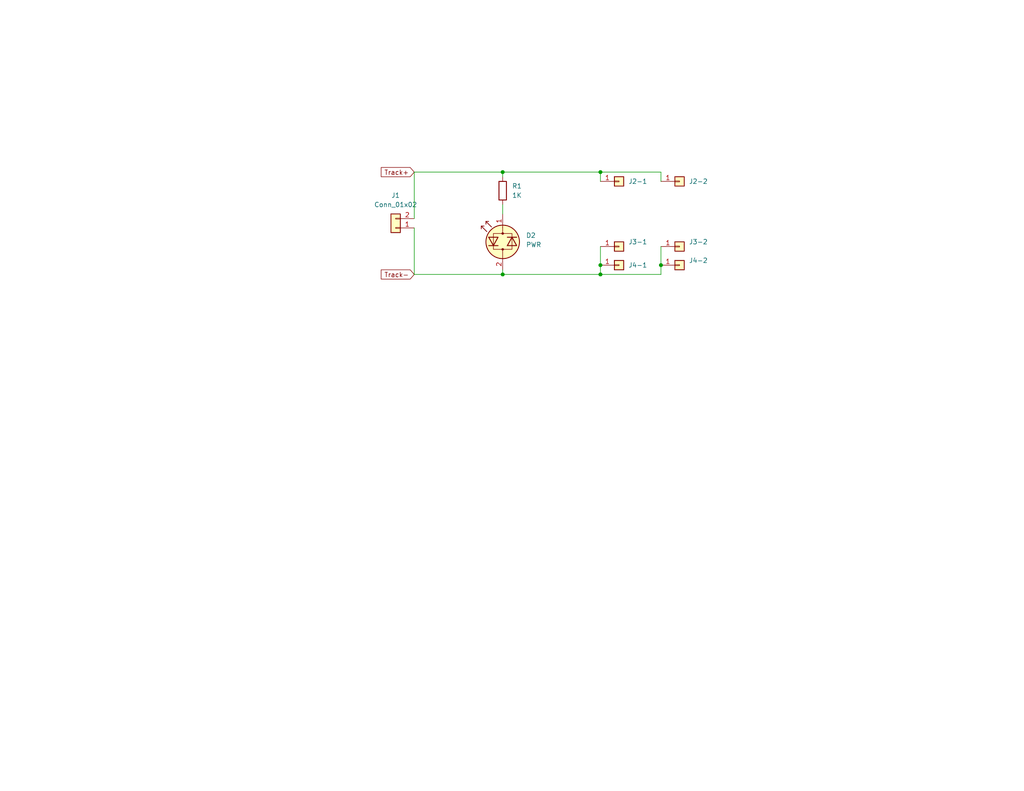
<source format=kicad_sch>
(kicad_sch (version 20230121) (generator eeschema)
  (paper "A")
  (title_block (title "Power Pickup Probes") (date "2023-12-20") (rev "1.0") (comment 1 "For Testing Track Power and Individual Pickups on Locos"))
  (lib_symbols
    (symbol "Connector_Generic:Conn_01x01" (pin_names (offset 1.016) hide)
      (property "Reference" "J" (at 0 2.54 0))
      (property "Value" "Conn_01x01" (at 0 -2.54 0))
      (symbol "Conn_01x01_1_1"
        (rectangle (start -1.27 0.127) (end 0 -0.127) (stroke (width 0.1524)))
        (rectangle (start -1.27 1.27) (end 1.27 -1.27) (stroke (width 0.254)) (fill (type background)))
        (pin passive line (at -5.08 0 0) (length 3.81) (name "Pin_1") (number "1"))
      )
    )
    (symbol "Connector_Generic:Conn_01x02" (pin_names (offset 1.016) hide)
      (property "Reference" "J" (at 0 2.54 0))
      (property "Value" "Conn_01x02" (at 0 -5.08 0))
      (symbol "Conn_01x02_1_1"
        (rectangle (start -1.27 -2.413) (end 0 -2.667) (stroke (width 0.1524)))
        (rectangle (start -1.27 0.127) (end 0 -0.127) (stroke (width 0.1524)))
        (rectangle (start -1.27 1.27) (end 1.27 -3.81) (stroke (width 0.254)) (fill (type background)))
        (pin passive line (at -5.08 0 0) (length 3.81) (name "Pin_1") (number "1"))
        (pin passive line (at -5.08 -2.54 0) (length 3.81) (name "Pin_2") (number "2"))
      )
    )
    (symbol "Device:LED_Dual_Bidirectional" (pin_names (offset 0) hide)
      (property "Reference" "D" (at 0 5.715 0))
      (property "Value" "LED_Dual_Bidirectional" (at 0 -6.35 0))
      (symbol "LED_Dual_Bidirectional_0_1"
        (circle (center -2.032 0) (radius 0.254) (fill (type outline)))
        (polyline (pts (xy -4.572 0) (xy -2.54 0)))
        (polyline (pts (xy -2.032 0) (xy -2.54 0)))
        (polyline (pts (xy -1.016 3.81) (xy -1.016 1.27)) (stroke (width 0.254)))
        (polyline (pts (xy 1.27 -1.27) (xy 1.27 -3.81)) (stroke (width 0.254)))
        (polyline (pts (xy 4.064 0) (xy 2.286 0)) (fill (type outline)))
        (polyline (pts (xy 4.318 5.842) (xy 4.318 5.08)) (stroke (width 0.2032)))
        (polyline (pts (xy 5.588 4.572) (xy 5.588 3.81)) (stroke (width 0.2032)))
        (polyline (pts (xy 2.794 4.318) (xy 4.318 5.842) (xy 3.556 5.842)) (stroke (width 0.2032)))
        (polyline (pts (xy 4.064 3.048) (xy 5.588 4.572) (xy 4.826 4.572)) (stroke (width 0.2032)))
        (polyline (pts (xy -1.016 -1.27) (xy -1.016 -3.81) (xy 1.27 -2.54) (xy -1.016 -1.27)) (stroke (width 0.254)))
        (polyline (pts (xy 1.27 3.81) (xy 1.27 1.27) (xy -1.016 2.54) (xy 1.27 3.81)) (stroke (width 0.254)))
        (polyline (pts (xy 2.286 2.54) (xy -2.032 2.54) (xy -2.032 -2.54) (xy 2.286 -2.54) (xy 2.286 2.54)))
        (circle (center 0 0) (radius 4.572) (stroke (width 0.254)) (fill (type background)))
        (circle (center 2.286 0) (radius 0.254) (fill (type outline)))
      )
      (symbol "LED_Dual_Bidirectional_1_1"
        (pin input line (at 7.62 0 180) (length 3.81) (name "KA") (number "1"))
        (pin input line (at -7.62 0 0) (length 3.048) (name "AK") (number "2"))
      )
    )
    (symbol "Device:R" (pin_numbers hide) (pin_names (offset 0))
      (property "Reference" "R" (at 2.032 0 90))
      (property "Value" "R" (at 0 0 90))
      (symbol "R_0_1"
        (rectangle (start -1.016 -2.54) (end 1.016 2.54) (stroke (width 0.254)))
      )
      (symbol "R_1_1"
        (pin passive line (at 0 3.81 270) (length 1.27) (name "~") (number "1"))
        (pin passive line (at 0 -3.81 90) (length 1.27) (name "~") (number "2"))
      )
    )
  )
  (junction (at 137.16 46.99))
  (junction (at 180.34 72.39))
  (junction (at 163.83 74.93))
  (junction (at 163.83 72.39))
  (junction (at 137.16 74.93))
  (junction (at 163.83 46.99))
  (wire (pts (xy 137.16 46.99) (xy 137.16 48.26)))
  (wire (pts (xy 113.03 74.93) (xy 137.16 74.93)))
  (wire (pts (xy 113.03 62.23) (xy 113.03 74.93)))
  (wire (pts (xy 137.16 55.88) (xy 137.16 58.42)))
  (wire (pts (xy 163.83 46.99) (xy 163.83 49.53)))
  (wire (pts (xy 137.16 46.99) (xy 163.83 46.99)))
  (wire (pts (xy 163.83 67.31) (xy 163.83 72.39)))
  (wire (pts (xy 163.83 74.93) (xy 180.34 74.93)))
  (wire (pts (xy 180.34 46.99) (xy 163.83 46.99)))
  (wire (pts (xy 137.16 74.93) (xy 137.16 73.66)))
  (wire (pts (xy 180.34 46.99) (xy 180.34 49.53)))
  (wire (pts (xy 137.16 74.93) (xy 163.83 74.93)))
  (wire (pts (xy 113.03 59.69) (xy 113.03 46.99)))
  (wire (pts (xy 163.83 72.39) (xy 163.83 74.93)))
  (wire (pts (xy 113.03 46.99) (xy 137.16 46.99)))
  (wire (pts (xy 180.34 67.31) (xy 180.34 72.39)))
  (wire (pts (xy 180.34 72.39) (xy 180.34 74.93)))
  (global_label "Track+" (shape input) (at 113.03 46.99 180) (property "Intersheetrefs" "${INTERSHEET_REFS}" (effects hide)))
  (global_label "Track-" (shape input) (at 113.03 74.93 180) (property "Intersheetrefs" "${INTERSHEET_REFS}" (effects hide)))
  (symbol (lib_id "Connector_Generic:Conn_01x01") (at 185.42 49.53 0) (unit 1)
    (property "Reference" "J2-2" (at 187.96 49.53 0) (effects (justify left)))
    (property "Value" "Conn_01x01" (effects hide))
    (property "Footprint" "Connector_PinHeader_2.54mm:PinHeader_1x01_P2.54mm_Vertical" (effects hide))
  )
  (symbol (lib_id "Connector_Generic:Conn_01x02") (at 107.95 62.23 180) (unit 1)
    (property "Reference" "J1" (at 107.95 53.34 0))
    (property "Value" "Conn_01x02" (at 107.95 55.88 0))
    (property "Footprint" "Connector_PinHeader_2.54mm:PinHeader_1x02_P2.54mm_Vertical" (effects hide))
  )
  (symbol (lib_id "Connector_Generic:Conn_01x01") (at 168.91 72.39 0) (unit 1)
    (property "Reference" "J4-1" (at 171.45 72.39 0) (effects (justify left)))
    (property "Value" "HO/OO" (effects hide))
    (property "Footprint" "Connector_PinHeader_2.54mm:PinHeader_1x01_P2.54mm_Vertical" (effects hide))
  )
  (symbol (lib_id "Device:LED_Dual_Bidirectional") (at 137.16 66.04 90) (unit 1)
    (property "Reference" "D2" (at 143.51 64.2747 90) (effects (justify right)))
    (property "Value" "PWR" (at 143.51 66.8147 90) (effects (justify right)))
    (property "Footprint" "LED_THT:LED_D5.0mm" (effects hide))
  )
  (symbol (lib_id "Connector_Generic:Conn_01x01") (at 168.91 49.53 0) (unit 1)
    (property "Reference" "J2-1" (at 171.45 49.53 0) (effects (justify left)))
    (property "Value" "Com" (effects hide))
    (property "Footprint" "Connector_PinHeader_2.54mm:PinHeader_1x01_P2.54mm_Vertical" (effects hide))
  )
  (symbol (lib_id "Device:R") (at 137.16 52.07 0) (unit 1)
    (property "Reference" "R1" (at 139.7 50.8 0) (effects (justify left)))
    (property "Value" "1K" (at 139.7 53.34 0) (effects (justify left)))
    (property "Footprint" "Resistor_THT:R_Axial_DIN0207_L6.3mm_D2.5mm_P7.62mm_Horizontal" (effects hide))
  )
  (symbol (lib_id "Connector_Generic:Conn_01x01") (at 185.42 67.31 0) (unit 1)
    (property "Reference" "J3-2" (at 187.96 66.04 0) (effects (justify left)))
    (property "Value" "Conn_01x01" (effects hide))
    (property "Footprint" "Connector_PinHeader_2.54mm:PinHeader_1x01_P2.54mm_Vertical" (effects hide))
  )
  (symbol (lib_id "Connector_Generic:Conn_01x01") (at 185.42 72.39 0) (unit 1)
    (property "Reference" "J4-2" (at 187.96 71.12 0) (effects (justify left)))
    (property "Value" "Conn_01x01" (effects hide))
    (property "Footprint" "Connector_PinHeader_2.54mm:PinHeader_1x01_P2.54mm_Vertical" (effects hide))
  )
  (symbol (lib_id "Connector_Generic:Conn_01x01") (at 168.91 67.31 0) (unit 1)
    (property "Reference" "J3-1" (at 171.45 66.04 0) (effects (justify left)))
    (property "Value" "N" (effects hide))
    (property "Footprint" "Connector_PinHeader_2.54mm:PinHeader_1x01_P2.54mm_Vertical" (effects hide))
  )
)
</source>
